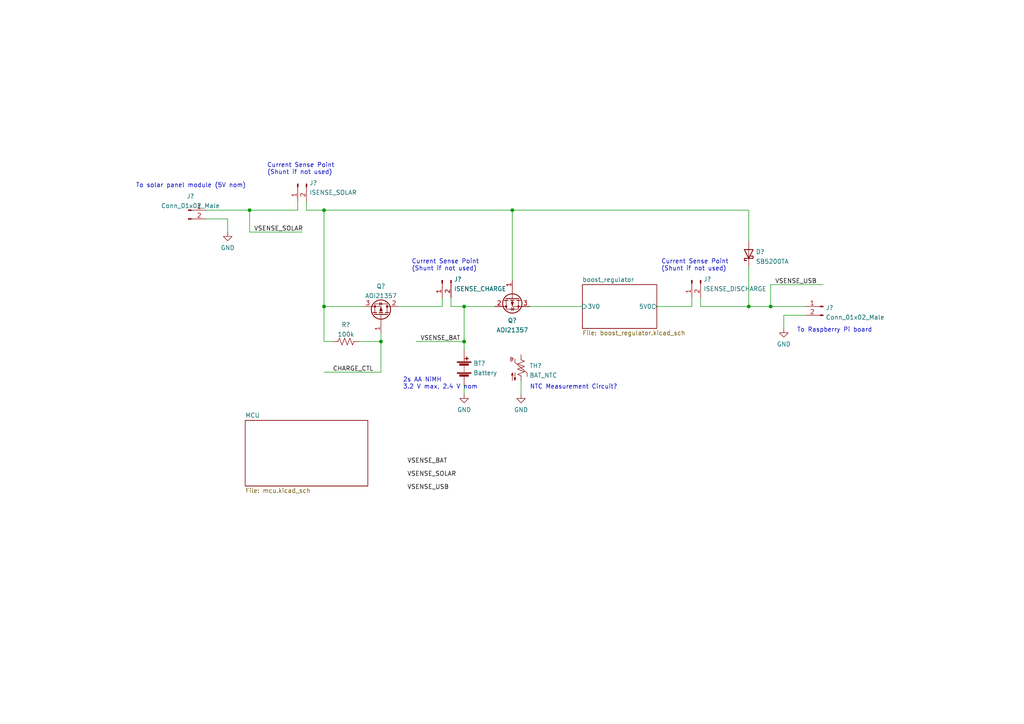
<source format=kicad_sch>
(kicad_sch (version 20211123) (generator eeschema)
  (paper "A4")
  (title_block (title "MCU") (date "2022-01-20") (rev "0.0.1") (company "Ribbit"))
  (lib_symbols
    (symbol "Connector:Conn_01x02_Male" (pin_names (offset 1.016) hide)
      (property "Reference" "J" (at 0 2.54 0))
      (property "Value" "Conn_01x02_Male" (at 0 -5.08 0))
      (symbol "Conn_01x02_Male_1_1"
        (polyline (pts (xy 1.27 -2.54) (xy 0.8636 -2.54)) (stroke (width 0.1524)))
        (polyline (pts (xy 1.27 0) (xy 0.8636 0)) (stroke (width 0.1524)))
        (rectangle (start 0.8636 -2.413) (end 0 -2.667) (stroke (width 0.1524)) (fill (type outline)))
        (rectangle (start 0.8636 0.127) (end 0 -0.127) (stroke (width 0.1524)) (fill (type outline)))
        (pin passive line (at 5.08 0 180) (length 3.81) (name "Pin_1") (number "1"))
        (pin passive line (at 5.08 -2.54 180) (length 3.81) (name "Pin_2") (number "2"))
      )
    )
    (symbol "Device:Battery" (pin_numbers hide) (pin_names (offset 0) hide)
      (property "Reference" "BT" (at 2.54 2.54 0))
      (property "Value" "Battery" (at 2.54 0 0))
      (symbol "Battery_0_1"
        (rectangle (start -2.032 -1.397) (end 2.032 -1.651) (fill (type outline)))
        (rectangle (start -2.032 1.778) (end 2.032 1.524) (fill (type outline)))
        (rectangle (start -1.3208 -1.9812) (end 1.27 -2.4892) (fill (type outline)))
        (rectangle (start -1.3208 1.1938) (end 1.27 0.6858) (fill (type outline)))
        (polyline (pts (xy 0 -1.524) (xy 0 -1.27)))
        (polyline (pts (xy 0 -1.016) (xy 0 -0.762)))
        (polyline (pts (xy 0 -0.508) (xy 0 -0.254)))
        (polyline (pts (xy 0 0) (xy 0 0.254)))
        (polyline (pts (xy 0 0.508) (xy 0 0.762)))
        (polyline (pts (xy 0 1.778) (xy 0 2.54)))
        (polyline (pts (xy 0.254 2.667) (xy 1.27 2.667)) (stroke (width 0.254)))
        (polyline (pts (xy 0.762 3.175) (xy 0.762 2.159)) (stroke (width 0.254)))
      )
      (symbol "Battery_1_1"
        (pin passive line (at 0 5.08 270) (length 2.54) (name "+") (number "1"))
        (pin passive line (at 0 -5.08 90) (length 2.54) (name "-") (number "2"))
      )
    )
    (symbol "Device:D_Schottky" (pin_numbers hide) (pin_names (offset 1.016) hide)
      (property "Reference" "D" (at 0 2.54 0))
      (property "Value" "D_Schottky" (at 0 -2.54 0))
      (symbol "D_Schottky_0_1"
        (polyline (pts (xy 1.27 0) (xy -1.27 0)))
        (polyline (pts (xy 1.27 1.27) (xy 1.27 -1.27) (xy -1.27 0) (xy 1.27 1.27)) (stroke (width 0.254)))
        (polyline (pts (xy -1.905 0.635) (xy -1.905 1.27) (xy -1.27 1.27) (xy -1.27 -1.27) (xy -0.635 -1.27) (xy -0.635 -0.635)) (stroke (width 0.254)))
      )
      (symbol "D_Schottky_1_1"
        (pin passive line (at -3.81 0 0) (length 2.54) (name "K") (number "1"))
        (pin passive line (at 3.81 0 180) (length 2.54) (name "A") (number "2"))
      )
    )
    (symbol "Device:Q_PMOS_GDS" (pin_names (offset 0) hide)
      (property "Reference" "Q" (at 5.08 1.27 0))
      (property "Value" "Q_PMOS_GDS" (at 5.08 -1.27 0))
      (symbol "Q_PMOS_GDS_0_1"
        (polyline (pts (xy 0.254 0) (xy -2.54 0)))
        (polyline (pts (xy 0.254 1.905) (xy 0.254 -1.905)) (stroke (width 0.254)))
        (polyline (pts (xy 0.762 -1.27) (xy 0.762 -2.286)) (stroke (width 0.254)))
        (polyline (pts (xy 0.762 0.508) (xy 0.762 -0.508)) (stroke (width 0.254)))
        (polyline (pts (xy 0.762 2.286) (xy 0.762 1.27)) (stroke (width 0.254)))
        (polyline (pts (xy 2.54 2.54) (xy 2.54 1.778)))
        (polyline (pts (xy 2.54 -2.54) (xy 2.54 0) (xy 0.762 0)))
        (polyline (pts (xy 0.762 1.778) (xy 3.302 1.778) (xy 3.302 -1.778) (xy 0.762 -1.778)))
        (polyline (pts (xy 2.286 0) (xy 1.27 0.381) (xy 1.27 -0.381) (xy 2.286 0)) (fill (type outline)))
        (polyline (pts (xy 2.794 -0.508) (xy 2.921 -0.381) (xy 3.683 -0.381) (xy 3.81 -0.254)))
        (polyline (pts (xy 3.302 -0.381) (xy 2.921 0.254) (xy 3.683 0.254) (xy 3.302 -0.381)))
        (circle (center 1.651 0) (radius 2.794) (stroke (width 0.254)))
        (circle (center 2.54 -1.778) (radius 0.254) (fill (type outline)))
        (circle (center 2.54 1.778) (radius 0.254) (fill (type outline)))
      )
      (symbol "Q_PMOS_GDS_1_1"
        (pin input line (at -5.08 0 0) (length 2.54) (name "G") (number "1"))
        (pin passive line (at 2.54 5.08 270) (length 2.54) (name "D") (number "2"))
        (pin passive line (at 2.54 -5.08 90) (length 2.54) (name "S") (number "3"))
      )
    )
    (symbol "Device:R_US" (pin_numbers hide) (pin_names (offset 0))
      (property "Reference" "R" (at 2.54 0 90))
      (property "Value" "R_US" (at -2.54 0 90))
      (symbol "R_US_0_1"
        (polyline (pts (xy 0 -2.286) (xy 0 -2.54)))
        (polyline (pts (xy 0 2.286) (xy 0 2.54)))
        (polyline (pts (xy 0 -0.762) (xy 1.016 -1.143) (xy 0 -1.524) (xy -1.016 -1.905) (xy 0 -2.286)))
        (polyline (pts (xy 0 0.762) (xy 1.016 0.381) (xy 0 0) (xy -1.016 -0.381) (xy 0 -0.762)))
        (polyline (pts (xy 0 2.286) (xy 1.016 1.905) (xy 0 1.524) (xy -1.016 1.143) (xy 0 0.762)))
      )
      (symbol "R_US_1_1"
        (pin passive line (at 0 3.81 270) (length 1.27) (name "~") (number "1"))
        (pin passive line (at 0 -3.81 90) (length 1.27) (name "~") (number "2"))
      )
    )
    (symbol "Device:Thermistor_NTC_US" (pin_numbers hide) (pin_names (offset 0))
      (property "Reference" "TH" (at -4.445 0 90))
      (property "Value" "Thermistor_NTC_US" (at 3.175 0 90))
      (symbol "Thermistor_NTC_US_0_1"
        (arc (start -3.048 2.159) (mid -3.0505 2.3165) (end -3.175 2.413))
        (arc (start -3.048 2.159) (mid -2.9736 1.9794) (end -2.794 1.905))
        (arc (start -3.048 2.794) (mid -2.9736 2.6144) (end -2.794 2.54))
        (arc (start -2.794 1.905) (mid -2.6144 1.9794) (end -2.54 2.159))
        (arc (start -2.794 2.54) (mid -2.434 2.5608) (end -2.159 2.794))
        (arc (start -2.794 3.048) (mid -2.9736 2.9736) (end -3.048 2.794))
        (arc (start -2.54 2.794) (mid -2.6144 2.9736) (end -2.794 3.048))
        (polyline (pts (xy -2.54 2.159) (xy -2.54 2.794)))
        (polyline (pts (xy 0 -2.286) (xy 0 -2.54)))
        (polyline (pts (xy 0 2.286) (xy 0 2.54)))
        (polyline (pts (xy -1.778 2.54) (xy -1.778 1.524) (xy 1.778 -1.524) (xy 1.778 -2.54)))
        (polyline (pts (xy 0 -0.762) (xy 1.016 -1.143) (xy 0 -1.524) (xy -1.016 -1.905) (xy 0 -2.286)))
        (polyline (pts (xy 0 0.762) (xy 1.016 0.381) (xy 0 0) (xy -1.016 -0.381) (xy 0 -0.762)))
        (polyline (pts (xy 0 2.286) (xy 1.016 1.905) (xy 0 1.524) (xy -1.016 1.143) (xy 0 0.762)))
        (polyline (pts (xy -2.54 -3.683) (xy -2.54 -1.397) (xy -2.794 -2.159) (xy -2.286 -2.159) (xy -2.54 -1.397) (xy -2.54 -1.651)) (fill (type outline)))
        (polyline (pts (xy -1.778 -1.397) (xy -1.778 -3.683) (xy -2.032 -2.921) (xy -1.524 -2.921) (xy -1.778 -3.683) (xy -1.778 -3.429)) (fill (type outline)))
      )
      (symbol "Thermistor_NTC_US_1_1"
        (pin passive line (at 0 3.81 270) (length 1.27) (name "~") (number "1"))
        (pin passive line (at 0 -3.81 90) (length 1.27) (name "~") (number "2"))
      )
    )
    (symbol "power:GND" (power) (pin_names (offset 0))
      (property "Value" "GND" (at 0 -3.81 0))
      (symbol "GND_0_1"
        (polyline (pts (xy 0 0) (xy 0 -1.27) (xy 1.27 -1.27) (xy 0 -2.54) (xy -1.27 -1.27) (xy 0 -1.27)))
      )
      (symbol "GND_1_1"
        (pin power_in line (at 0 0 270) (length 0) hide (name "GND") (number "1"))
      )
    )
  )
  (junction (at 110.49 99.06))
  (junction (at 148.59 60.96))
  (junction (at 93.98 88.9))
  (junction (at 217.17 88.9))
  (junction (at 134.62 88.9))
  (junction (at 72.39 60.96))
  (junction (at 93.98 60.96))
  (junction (at 223.52 88.9))
  (junction (at 134.62 99.06))
  (wire (pts (xy 200.66 88.9) (xy 200.66 86.36)))
  (wire (pts (xy 217.17 60.96) (xy 217.17 69.85)))
  (wire (pts (xy 134.62 111.76) (xy 134.62 114.3)))
  (wire (pts (xy 104.14 99.06) (xy 110.49 99.06)))
  (wire (pts (xy 153.67 88.9) (xy 168.91 88.9)))
  (wire (pts (xy 59.69 60.96) (xy 72.39 60.96)))
  (wire (pts (xy 148.59 60.96) (xy 148.59 81.28)))
  (wire (pts (xy 151.13 110.49) (xy 151.13 114.3)))
  (wire (pts (xy 93.98 99.06) (xy 93.98 88.9)))
  (wire (pts (xy 110.49 99.06) (xy 110.49 107.95)))
  (wire (pts (xy 93.98 107.95) (xy 110.49 107.95)))
  (wire (pts (xy 148.59 60.96) (xy 217.17 60.96)))
  (wire (pts (xy 128.27 88.9) (xy 128.27 86.36)))
  (wire (pts (xy 59.69 63.5) (xy 66.04 63.5)))
  (wire (pts (xy 223.52 88.9) (xy 233.68 88.9)))
  (wire (pts (xy 223.52 82.55) (xy 223.52 88.9)))
  (wire (pts (xy 96.52 99.06) (xy 93.98 99.06)))
  (wire (pts (xy 233.68 91.44) (xy 227.33 91.44)))
  (wire (pts (xy 93.98 60.96) (xy 148.59 60.96)))
  (wire (pts (xy 86.36 58.42) (xy 86.36 60.96)))
  (wire (pts (xy 66.04 63.5) (xy 66.04 67.31)))
  (wire (pts (xy 227.33 91.44) (xy 227.33 95.25)))
  (wire (pts (xy 110.49 99.06) (xy 110.49 96.52)))
  (wire (pts (xy 93.98 60.96) (xy 93.98 88.9)))
  (wire (pts (xy 134.62 88.9) (xy 134.62 99.06)))
  (wire (pts (xy 72.39 60.96) (xy 86.36 60.96)))
  (wire (pts (xy 203.2 86.36) (xy 203.2 88.9)))
  (wire (pts (xy 223.52 82.55) (xy 238.76 82.55)))
  (wire (pts (xy 115.57 88.9) (xy 128.27 88.9)))
  (wire (pts (xy 134.62 88.9) (xy 143.51 88.9)))
  (wire (pts (xy 72.39 60.96) (xy 72.39 67.31)))
  (wire (pts (xy 130.81 88.9) (xy 134.62 88.9)))
  (wire (pts (xy 72.39 67.31) (xy 87.63 67.31)))
  (wire (pts (xy 190.5 88.9) (xy 200.66 88.9)))
  (wire (pts (xy 217.17 77.47) (xy 217.17 88.9)))
  (wire (pts (xy 88.9 60.96) (xy 93.98 60.96)))
  (wire (pts (xy 203.2 88.9) (xy 217.17 88.9)))
  (wire (pts (xy 88.9 58.42) (xy 88.9 60.96)))
  (wire (pts (xy 105.41 88.9) (xy 93.98 88.9)))
  (wire (pts (xy 134.62 99.06) (xy 134.62 101.6)))
  (wire (pts (xy 130.81 86.36) (xy 130.81 88.9)))
  (wire (pts (xy 120.65 99.06) (xy 134.62 99.06)))
  (wire (pts (xy 217.17 88.9) (xy 223.52 88.9)))
  (text "To solar panel module (5V nom)" (at 39.37 54.61 0) (effects (font (size 1.27 1.27)) (justify left bottom)))
  (text "2s AA NiMH\n3.2 V max, 2.4 V nom" (at 116.84 113.03 0) (effects (font (size 1.27 1.27)) (justify left bottom)))
  (text "Current Sense Point\n(Shunt if not used)" (at 77.47 50.8 0) (effects (font (size 1.27 1.27)) (justify left bottom)))
  (text "Current Sense Point\n(Shunt if not used)" (at 119.38 78.74 0) (effects (font (size 1.27 1.27)) (justify left bottom)))
  (text "NTC Measurement Circuit?" (at 153.67 113.03 0) (effects (font (size 1.27 1.27)) (justify left bottom)))
  (text "Current Sense Point\n(Shunt if not used)" (at 191.77 78.74 0) (effects (font (size 1.27 1.27)) (justify left bottom)))
  (text "To Raspberry Pi board" (at 231.14 96.52 0) (effects (font (size 1.27 1.27)) (justify left bottom)))
  (label "VSENSE_SOLAR" (at 73.66 67.31 0))
  (label "CHARGE_CTL" (at 96.52 107.95 0))
  (label "VSENSE_SOLAR" (at 118.11 138.43 0))
  (label "VSENSE_BAT" (at 118.11 134.62 0))
  (label "VSENSE_BAT" (at 121.92 99.06 0))
  (label "VSENSE_USB" (at 118.11 142.24 0))
  (label "VSENSE_USB" (at 224.79 82.55 0))
  (symbol (lib_id "Device:Q_PMOS_GDS") (at 110.49 91.44 270) (mirror x) (unit 1)
    (property "Reference" "Q?" (at 110.49 83.0285 90))
    (property "Value" "AOI21357" (at 110.49 85.8036 90))
  )
  (symbol (lib_id "Device:R_US") (at 100.33 99.06 90) (unit 1)
    (property "Reference" "R?" (at 100.33 94.2045 90))
    (property "Value" "100k" (at 100.33 96.9796 90))
  )
  (symbol (lib_id "Device:Battery") (at 134.62 106.68 0) (unit 1)
    (property "Reference" "BT?" (at 137.287 105.3905 0) (effects (justify left)))
    (property "Value" "Battery" (at 137.287 108.1656 0) (effects (justify left)))
  )
  (symbol (lib_id "Device:D_Schottky") (at 217.17 73.66 90) (unit 1)
    (property "Reference" "D?" (at 219.202 73.069 90) (effects (justify right)))
    (property "Value" "SB5200TA" (at 219.202 75.8441 90) (effects (justify right)))
  )
  (symbol (lib_id "Connector:Conn_01x02_Male") (at 54.61 60.96 0) (unit 1)
    (property "Reference" "J?" (at 55.245 56.9173 0))
    (property "Value" "Conn_01x02_Male" (at 55.245 59.6924 0))
  )
  (symbol (lib_id "power:GND") (at 134.62 114.3 0) (unit 1)
    (property "Reference" "#PWR?" (effects hide))
    (property "Value" "GND" (at 134.62 118.8625 0))
  )
  (symbol (lib_id "Connector:Conn_01x02_Male") (at 128.27 81.28 90) (mirror x) (unit 1)
    (property "Reference" "J?" (at 131.6482 81.0065 90) (effects (justify right)))
    (property "Value" "ISENSE_CHARGE" (at 131.6482 83.7816 90) (effects (justify right)))
  )
  (symbol (lib_id "power:GND") (at 151.13 114.3 0) (unit 1)
    (property "Reference" "#PWR?" (effects hide))
    (property "Value" "GND" (at 151.13 118.8625 0))
  )
  (symbol (lib_id "Connector:Conn_01x02_Male") (at 86.36 53.34 90) (mirror x) (unit 1)
    (property "Reference" "J?" (at 89.7382 53.0665 90) (effects (justify right)))
    (property "Value" "ISENSE_SOLAR" (at 89.7382 55.8416 90) (effects (justify right)))
  )
  (symbol (lib_id "Device:Q_PMOS_GDS") (at 148.59 86.36 90) (mirror x) (unit 1)
    (property "Reference" "Q?" (at 148.59 92.9545 90))
    (property "Value" "AOI21357" (at 148.59 95.7296 90))
  )
  (symbol (lib_id "Device:Thermistor_NTC_US") (at 151.13 106.68 0) (unit 1)
    (property "Reference" "TH?" (at 153.543 106.089 0) (effects (justify left)))
    (property "Value" "BAT_NTC" (at 153.543 108.8641 0) (effects (justify left)))
  )
  (symbol (lib_id "Connector:Conn_01x02_Male") (at 238.76 88.9 0) (mirror y) (unit 1)
    (property "Reference" "J?" (at 239.4712 89.2615 0) (effects (justify right)))
    (property "Value" "Conn_01x02_Male" (at 239.4712 92.0366 0) (effects (justify right)))
  )
  (symbol (lib_id "Connector:Conn_01x02_Male") (at 200.66 81.28 90) (mirror x) (unit 1)
    (property "Reference" "J?" (at 204.0382 81.0065 90) (effects (justify right)))
    (property "Value" "ISENSE_DISCHARGE" (at 204.0382 83.7816 90) (effects (justify right)))
  )
  (symbol (lib_id "power:GND") (at 66.04 67.31 0) (unit 1)
    (property "Reference" "#PWR?" (effects hide))
    (property "Value" "GND" (at 66.04 71.8725 0))
  )
  (symbol (lib_id "power:GND") (at 227.33 95.25 0) (mirror y) (unit 1)
    (property "Reference" "#PWR?" (effects hide))
    (property "Value" "GND" (at 227.33 99.8125 0))
  )
  (sheet (at 168.91 82.55) (size 21.59 12.7) (stroke (width 0.1524))
    (property "Sheet name" "boost_regulator" (at 168.91 81.8384 0) (effects (justify left bottom)))
    (property "Sheet file" "boost_regulator.kicad_sch" (at 168.91 95.8346 0) (effects (justify left top)))
    (pin "3V0" input (at 168.91 88.9 180))
    (pin "5V0" output (at 190.5 88.9 0))
  )
  (sheet (at 71.12 121.92) (size 35.56 19.05) (stroke (width 0.1524))
    (property "Sheet name" "MCU" (at 71.12 121.2084 0) (effects (justify left bottom)))
    (property "Sheet file" "mcu.kicad_sch" (at 71.12 141.5546 0) (effects (justify left top)))
  )
)
</source>
